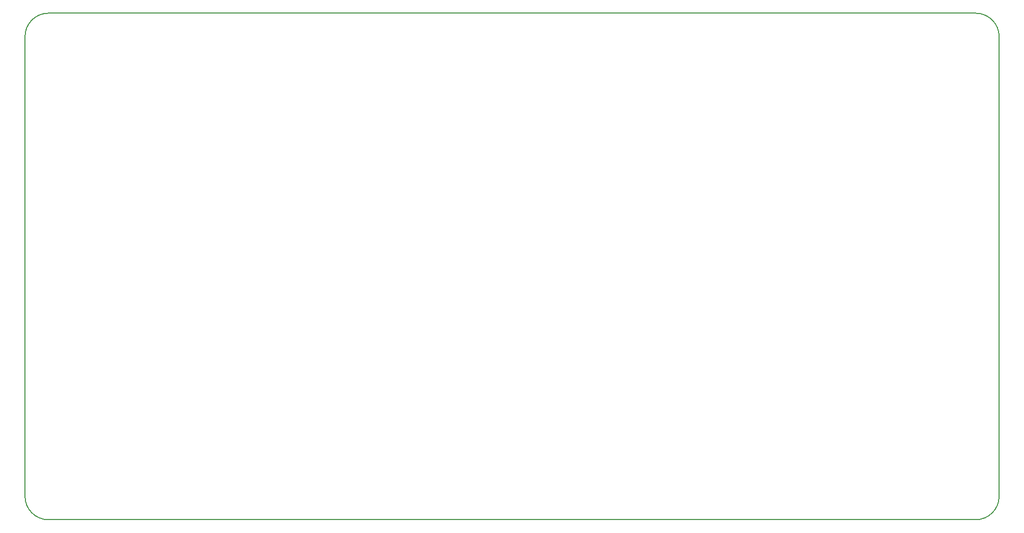
<source format=gm1>
G04 #@! TF.GenerationSoftware,KiCad,Pcbnew,5.0.0-fee4fd1~66~ubuntu18.04.1*
G04 #@! TF.CreationDate,2019-02-27T20:17:09-05:00*
G04 #@! TF.ProjectId,REV 2,52455620322E6B696361645F70636200,rev?*
G04 #@! TF.SameCoordinates,Original*
G04 #@! TF.FileFunction,Profile,NP*
%FSLAX46Y46*%
G04 Gerber Fmt 4.6, Leading zero omitted, Abs format (unit mm)*
G04 Created by KiCad (PCBNEW 5.0.0-fee4fd1~66~ubuntu18.04.1) date Wed Feb 27 20:17:09 2019*
%MOMM*%
%LPD*%
G01*
G04 APERTURE LIST*
%ADD10C,0.200000*%
G04 APERTURE END LIST*
D10*
X19786600Y-20675600D02*
X19786600Y-95605600D01*
X174726600Y-16865600D02*
G75*
G02X178536600Y-20675600I0J-3810000D01*
G01*
X23596600Y-99415600D02*
X174726600Y-99415600D01*
X178536600Y-95605600D02*
G75*
G02X174726600Y-99415600I-3810000J0D01*
G01*
X19786600Y-20675600D02*
G75*
G02X23596600Y-16865600I3810000J0D01*
G01*
X178536600Y-95605600D02*
X178536600Y-20675600D01*
X174726600Y-16865600D02*
X23596600Y-16865600D01*
X23596600Y-99415600D02*
G75*
G02X19786600Y-95605600I0J3810000D01*
G01*
M02*

</source>
